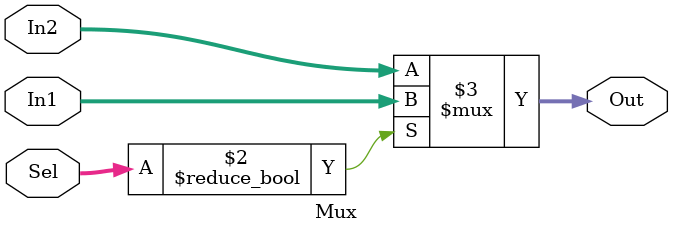
<source format=v>
`timescale 1ns / 1ps

module Mux #(parameter AWL = 6, DWL = 32, DEPTH = 2**AWL)
            (input [DWL-1:0] In1, In2,
             input [AWL-4:0] Sel,
             output reg [DWL-1:0] Out);
    
    always @ (*) begin
        Out = Sel ? In1 : In2;
    end
    
endmodule

</source>
